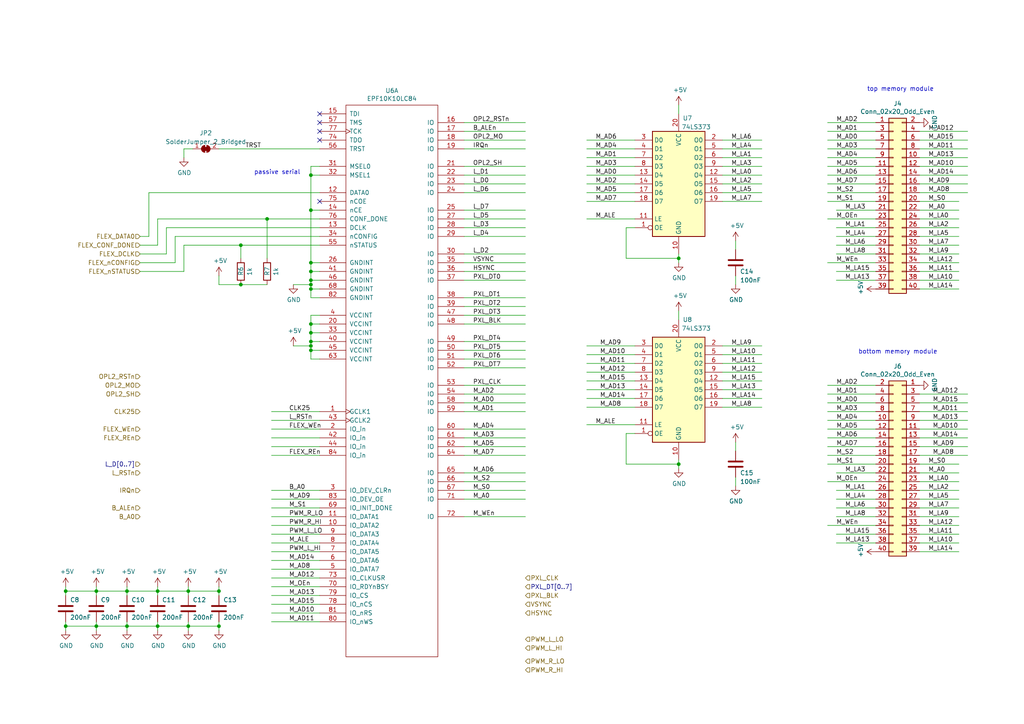
<source format=kicad_sch>
(kicad_sch (version 20211123) (generator eeschema)
  (paper "A4")
  (lib_symbols
    (symbol "74xx:74LS373"
      (property "Reference" "U" (at -7.62 16.51 0))
      (property "Value" "74LS373" (at -7.62 -16.51 0))
      (symbol "74LS373_1_0"
        (pin input inverted (at -12.7 -12.7 0) (length 5.08) (name "OE") (number "1"))
        (pin power_in line (at 0 -20.32 90) (length 5.08) (name "GND") (number "10"))
        (pin input line (at -12.7 -10.16 0) (length 5.08) (name "LE") (number "11"))
        (pin tri_state line (at 12.7 2.54 180) (length 5.08) (name "O4") (number "12"))
        (pin input line (at -12.7 2.54 0) (length 5.08) (name "D4") (number "13"))
        (pin input line (at -12.7 0 0) (length 5.08) (name "D5") (number "14"))
        (pin tri_state line (at 12.7 0 180) (length 5.08) (name "O5") (number "15"))
        (pin tri_state line (at 12.7 -2.54 180) (length 5.08) (name "O6") (number "16"))
        (pin input line (at -12.7 -2.54 0) (length 5.08) (name "D6") (number "17"))
        (pin input line (at -12.7 -5.08 0) (length 5.08) (name "D7") (number "18"))
        (pin tri_state line (at 12.7 -5.08 180) (length 5.08) (name "O7") (number "19"))
        (pin tri_state line (at 12.7 12.7 180) (length 5.08) (name "O0") (number "2"))
        (pin power_in line (at 0 20.32 270) (length 5.08) (name "VCC") (number "20"))
        (pin input line (at -12.7 12.7 0) (length 5.08) (name "D0") (number "3"))
        (pin input line (at -12.7 10.16 0) (length 5.08) (name "D1") (number "4"))
        (pin tri_state line (at 12.7 10.16 180) (length 5.08) (name "O1") (number "5"))
        (pin tri_state line (at 12.7 7.62 180) (length 5.08) (name "O2") (number "6"))
        (pin input line (at -12.7 7.62 0) (length 5.08) (name "D2") (number "7"))
        (pin input line (at -12.7 5.08 0) (length 5.08) (name "D3") (number "8"))
        (pin tri_state line (at 12.7 5.08 180) (length 5.08) (name "O3") (number "9"))
      )
      (symbol "74LS373_1_1"
        (rectangle (start -7.62 15.24) (end 7.62 -15.24) (stroke (width 0.254)) (fill (type background)))
      )
    )
    (symbol "Connector_Generic:Conn_02x20_Odd_Even" (pin_names (offset 1.016) hide)
      (property "Reference" "J" (at 1.27 25.4 0))
      (property "Value" "Conn_02x20_Odd_Even" (at 1.27 -27.94 0))
      (symbol "Conn_02x20_Odd_Even_1_1"
        (rectangle (start -1.27 -25.273) (end 0 -25.527) (stroke (width 0.1524)))
        (rectangle (start -1.27 -22.733) (end 0 -22.987) (stroke (width 0.1524)))
        (rectangle (start -1.27 -20.193) (end 0 -20.447) (stroke (width 0.1524)))
        (rectangle (start -1.27 -17.653) (end 0 -17.907) (stroke (width 0.1524)))
        (rectangle (start -1.27 -15.113) (end 0 -15.367) (stroke (width 0.1524)))
        (rectangle (start -1.27 -12.573) (end 0 -12.827) (stroke (width 0.1524)))
        (rectangle (start -1.27 -10.033) (end 0 -10.287) (stroke (width 0.1524)))
        (rectangle (start -1.27 -7.493) (end 0 -7.747) (stroke (width 0.1524)))
        (rectangle (start -1.27 -4.953) (end 0 -5.207) (stroke (width 0.1524)))
        (rectangle (start -1.27 -2.413) (end 0 -2.667) (stroke (width 0.1524)))
        (rectangle (start -1.27 0.127) (end 0 -0.127) (stroke (width 0.1524)))
        (rectangle (start -1.27 2.667) (end 0 2.413) (stroke (width 0.1524)))
        (rectangle (start -1.27 5.207) (end 0 4.953) (stroke (width 0.1524)))
        (rectangle (start -1.27 7.747) (end 0 7.493) (stroke (width 0.1524)))
        (rectangle (start -1.27 10.287) (end 0 10.033) (stroke (width 0.1524)))
        (rectangle (start -1.27 12.827) (end 0 12.573) (stroke (width 0.1524)))
        (rectangle (start -1.27 15.367) (end 0 15.113) (stroke (width 0.1524)))
        (rectangle (start -1.27 17.907) (end 0 17.653) (stroke (width 0.1524)))
        (rectangle (start -1.27 20.447) (end 0 20.193) (stroke (width 0.1524)))
        (rectangle (start -1.27 22.987) (end 0 22.733) (stroke (width 0.1524)))
        (rectangle (start -1.27 24.13) (end 3.81 -26.67) (stroke (width 0.254)) (fill (type background)))
        (rectangle (start 3.81 -25.273) (end 2.54 -25.527) (stroke (width 0.1524)))
        (rectangle (start 3.81 -22.733) (end 2.54 -22.987) (stroke (width 0.1524)))
        (rectangle (start 3.81 -20.193) (end 2.54 -20.447) (stroke (width 0.1524)))
        (rectangle (start 3.81 -17.653) (end 2.54 -17.907) (stroke (width 0.1524)))
        (rectangle (start 3.81 -15.113) (end 2.54 -15.367) (stroke (width 0.1524)))
        (rectangle (start 3.81 -12.573) (end 2.54 -12.827) (stroke (width 0.1524)))
        (rectangle (start 3.81 -10.033) (end 2.54 -10.287) (stroke (width 0.1524)))
        (rectangle (start 3.81 -7.493) (end 2.54 -7.747) (stroke (width 0.1524)))
        (rectangle (start 3.81 -4.953) (end 2.54 -5.207) (stroke (width 0.1524)))
        (rectangle (start 3.81 -2.413) (end 2.54 -2.667) (stroke (width 0.1524)))
        (rectangle (start 3.81 0.127) (end 2.54 -0.127) (stroke (width 0.1524)))
        (rectangle (start 3.81 2.667) (end 2.54 2.413) (stroke (width 0.1524)))
        (rectangle (start 3.81 5.207) (end 2.54 4.953) (stroke (width 0.1524)))
        (rectangle (start 3.81 7.747) (end 2.54 7.493) (stroke (width 0.1524)))
        (rectangle (start 3.81 10.287) (end 2.54 10.033) (stroke (width 0.1524)))
        (rectangle (start 3.81 12.827) (end 2.54 12.573) (stroke (width 0.1524)))
        (rectangle (start 3.81 15.367) (end 2.54 15.113) (stroke (width 0.1524)))
        (rectangle (start 3.81 17.907) (end 2.54 17.653) (stroke (width 0.1524)))
        (rectangle (start 3.81 20.447) (end 2.54 20.193) (stroke (width 0.1524)))
        (rectangle (start 3.81 22.987) (end 2.54 22.733) (stroke (width 0.1524)))
        (pin passive line (at -5.08 22.86 0) (length 3.81) (name "Pin_1") (number "1"))
        (pin passive line (at 7.62 12.7 180) (length 3.81) (name "Pin_10") (number "10"))
        (pin passive line (at -5.08 10.16 0) (length 3.81) (name "Pin_11") (number "11"))
        (pin passive line (at 7.62 10.16 180) (length 3.81) (name "Pin_12") (number "12"))
        (pin passive line (at -5.08 7.62 0) (length 3.81) (name "Pin_13") (number "13"))
        (pin passive line (at 7.62 7.62 180) (length 3.81) (name "Pin_14") (number "14"))
        (pin passive line (at -5.08 5.08 0) (length 3.81) (name "Pin_15") (number "15"))
        (pin passive line (at 7.62 5.08 180) (length 3.81) (name "Pin_16") (number "16"))
        (pin passive line (at -5.08 2.54 0) (length 3.81) (name "Pin_17") (number "17"))
        (pin passive line (at 7.62 2.54 180) (length 3.81) (name "Pin_18") (number "18"))
        (pin passive line (at -5.08 0 0) (length 3.81) (name "Pin_19") (number "19"))
        (pin passive line (at 7.62 22.86 180) (length 3.81) (name "Pin_2") (number "2"))
        (pin passive line (at 7.62 0 180) (length 3.81) (name "Pin_20") (number "20"))
        (pin passive line (at -5.08 -2.54 0) (length 3.81) (name "Pin_21") (number "21"))
        (pin passive line (at 7.62 -2.54 180) (length 3.81) (name "Pin_22") (number "22"))
        (pin passive line (at -5.08 -5.08 0) (length 3.81) (name "Pin_23") (number "23"))
        (pin passive line (at 7.62 -5.08 180) (length 3.81) (name "Pin_24") (number "24"))
        (pin passive line (at -5.08 -7.62 0) (length 3.81) (name "Pin_25") (number "25"))
        (pin passive line (at 7.62 -7.62 180) (length 3.81) (name "Pin_26") (number "26"))
        (pin passive line (at -5.08 -10.16 0) (length 3.81) (name "Pin_27") (number "27"))
        (pin passive line (at 7.62 -10.16 180) (length 3.81) (name "Pin_28") (number "28"))
        (pin passive line (at -5.08 -12.7 0) (length 3.81) (name "Pin_29") (number "29"))
        (pin passive line (at -5.08 20.32 0) (length 3.81) (name "Pin_3") (number "3"))
        (pin passive line (at 7.62 -12.7 180) (length 3.81) (name "Pin_30") (number "30"))
        (pin passive line (at -5.08 -15.24 0) (length 3.81) (name "Pin_31") (number "31"))
        (pin passive line (at 7.62 -15.24 180) (length 3.81) (name "Pin_32") (number "32"))
        (pin passive line (at -5.08 -17.78 0) (length 3.81) (name "Pin_33") (number "33"))
        (pin passive line (at 7.62 -17.78 180) (length 3.81) (name "Pin_34") (number "34"))
        (pin passive line (at -5.08 -20.32 0) (length 3.81) (name "Pin_35") (number "35"))
        (pin passive line (at 7.62 -20.32 180) (length 3.81) (name "Pin_36") (number "36"))
        (pin passive line (at -5.08 -22.86 0) (length 3.81) (name "Pin_37") (number "37"))
        (pin passive line (at 7.62 -22.86 180) (length 3.81) (name "Pin_38") (number "38"))
        (pin passive line (at -5.08 -25.4 0) (length 3.81) (name "Pin_39") (number "39"))
        (pin passive line (at 7.62 20.32 180) (length 3.81) (name "Pin_4") (number "4"))
        (pin passive line (at 7.62 -25.4 180) (length 3.81) (name "Pin_40") (number "40"))
        (pin passive line (at -5.08 17.78 0) (length 3.81) (name "Pin_5") (number "5"))
        (pin passive line (at 7.62 17.78 180) (length 3.81) (name "Pin_6") (number "6"))
        (pin passive line (at -5.08 15.24 0) (length 3.81) (name "Pin_7") (number "7"))
        (pin passive line (at 7.62 15.24 180) (length 3.81) (name "Pin_8") (number "8"))
        (pin passive line (at -5.08 12.7 0) (length 3.81) (name "Pin_9") (number "9"))
      )
    )
    (symbol "Device:C" (pin_numbers hide) (pin_names (offset 0.254))
      (property "Reference" "C" (at 0.635 2.54 0))
      (property "Value" "C" (at 0.635 -2.54 0))
      (symbol "C_0_1"
        (polyline (pts (xy -2.032 -0.762) (xy 2.032 -0.762)) (stroke (width 0.508)))
        (polyline (pts (xy -2.032 0.762) (xy 2.032 0.762)) (stroke (width 0.508)))
      )
      (symbol "C_1_1"
        (pin passive line (at 0 3.81 270) (length 2.794) (name "~") (number "1"))
        (pin passive line (at 0 -3.81 90) (length 2.794) (name "~") (number "2"))
      )
    )
    (symbol "Device:R" (pin_numbers hide) (pin_names (offset 0))
      (property "Reference" "R" (at 2.032 0 90))
      (property "Value" "R" (at 0 0 90))
      (symbol "R_0_1"
        (rectangle (start -1.016 -2.54) (end 1.016 2.54) (stroke (width 0.254)))
      )
      (symbol "R_1_1"
        (pin passive line (at 0 3.81 270) (length 1.27) (name "~") (number "1"))
        (pin passive line (at 0 -3.81 90) (length 1.27) (name "~") (number "2"))
      )
    )
    (symbol "Jumper:SolderJumper_2_Bridged" (pin_names (offset 0) hide)
      (property "Reference" "JP" (at 0 2.032 0))
      (property "Value" "SolderJumper_2_Bridged" (at 0 -2.54 0))
      (symbol "SolderJumper_2_Bridged_0_1"
        (rectangle (start -0.508 0.508) (end 0.508 -0.508) (fill (type outline)))
        (arc (start -0.254 1.016) (mid -1.27 0) (end -0.254 -1.016))
        (arc (start -0.254 1.016) (mid -1.27 0) (end -0.254 -1.016) (fill (type outline)))
        (polyline (pts (xy -0.254 1.016) (xy -0.254 -1.016)))
        (polyline (pts (xy 0.254 1.016) (xy 0.254 -1.016)))
        (arc (start 0.254 -1.016) (mid 1.27 0) (end 0.254 1.016))
        (arc (start 0.254 -1.016) (mid 1.27 0) (end 0.254 1.016) (fill (type outline)))
      )
      (symbol "SolderJumper_2_Bridged_1_1"
        (pin passive line (at -3.81 0 0) (length 2.54) (name "A") (number "1"))
        (pin passive line (at 3.81 0 180) (length 2.54) (name "B") (number "2"))
      )
    )
    (symbol "av-rescue:EPF10K10LC84-altera_flex" (pin_names (offset 1.016))
      (property "Reference" "U" (at 0 -7.62 0))
      (property "Value" "EPF10K10LC84-altera_flex" (at 0 -5.08 0))
      (symbol "EPF10K10LC84-altera_flex_1_1"
        (rectangle (start -13.97 73.66) (end 12.7 -86.36))
        (pin input clock (at -21.59 -15.24 0) (length 7.62) (name "GCLK1") (number "1"))
        (pin bidirectional line (at -21.59 -48.26 0) (length 7.62) (name "IO_DATA2") (number "10"))
        (pin bidirectional line (at -21.59 -45.72 0) (length 7.62) (name "IO_DATA1") (number "11"))
        (pin input line (at -21.59 48.26 0) (length 7.62) (name "DATA0") (number "12"))
        (pin input line (at -21.59 38.1 0) (length 7.62) (name "DCLK") (number "13"))
        (pin bidirectional line (at -21.59 43.18 0) (length 7.62) (name "nCE") (number "14"))
        (pin input line (at -21.59 71.12 0) (length 7.62) (name "TDI") (number "15"))
        (pin bidirectional line (at 20.32 68.58 180) (length 7.62) (name "IO") (number "16"))
        (pin bidirectional line (at 20.32 66.04 180) (length 7.62) (name "IO") (number "17"))
        (pin bidirectional line (at 20.32 63.5 180) (length 7.62) (name "IO") (number "18"))
        (pin bidirectional line (at 20.32 60.96 180) (length 7.62) (name "IO") (number "19"))
        (pin input line (at -21.59 -20.32 0) (length 7.62) (name "IO_in") (number "2"))
        (pin power_in line (at -21.59 10.16 0) (length 7.62) (name "VCCINT") (number "20"))
        (pin bidirectional line (at 20.32 55.88 180) (length 7.62) (name "IO") (number "21"))
        (pin bidirectional line (at 20.32 53.34 180) (length 7.62) (name "IO") (number "22"))
        (pin bidirectional line (at 20.32 50.8 180) (length 7.62) (name "IO") (number "23"))
        (pin bidirectional line (at 20.32 48.26 180) (length 7.62) (name "IO") (number "24"))
        (pin bidirectional line (at 20.32 43.18 180) (length 7.62) (name "IO") (number "25"))
        (pin power_in line (at -21.59 27.94 0) (length 7.62) (name "GNDINT") (number "26"))
        (pin bidirectional line (at 20.32 40.64 180) (length 7.62) (name "IO") (number "27"))
        (pin bidirectional line (at 20.32 38.1 180) (length 7.62) (name "IO") (number "28"))
        (pin bidirectional line (at 20.32 35.56 180) (length 7.62) (name "IO") (number "29"))
        (pin bidirectional line (at -21.59 -38.1 0) (length 7.62) (name "IO_DEV_CLRn") (number "3"))
        (pin bidirectional line (at 20.32 30.48 180) (length 7.62) (name "IO") (number "30"))
        (pin input line (at -21.59 55.88 0) (length 7.62) (name "MSEL0") (number "31"))
        (pin input line (at -21.59 53.34 0) (length 7.62) (name "MSEL1") (number "32"))
        (pin power_in line (at -21.59 7.62 0) (length 7.62) (name "VCCINT") (number "33"))
        (pin input line (at -21.59 35.56 0) (length 7.62) (name "nCONFIG") (number "34"))
        (pin bidirectional line (at 20.32 27.94 180) (length 7.62) (name "IO") (number "35"))
        (pin bidirectional line (at 20.32 25.4 180) (length 7.62) (name "IO") (number "36"))
        (pin bidirectional line (at 20.32 22.86 180) (length 7.62) (name "IO") (number "37"))
        (pin bidirectional line (at 20.32 17.78 180) (length 7.62) (name "IO") (number "38"))
        (pin bidirectional line (at 20.32 15.24 180) (length 7.62) (name "IO") (number "39"))
        (pin power_in line (at -21.59 12.7 0) (length 7.62) (name "VCCINT") (number "4"))
        (pin power_in line (at -21.59 5.08 0) (length 7.62) (name "VCCINT") (number "40"))
        (pin power_in line (at -21.59 25.4 0) (length 7.62) (name "GNDINT") (number "41"))
        (pin input line (at -21.59 -22.86 0) (length 7.62) (name "IO_in") (number "42"))
        (pin input clock (at -21.59 -17.78 0) (length 7.62) (name "GCLK2") (number "43"))
        (pin input line (at -21.59 -25.4 0) (length 7.62) (name "IO_in") (number "44"))
        (pin power_in line (at -21.59 2.54 0) (length 7.62) (name "VCCINT") (number "45"))
        (pin power_in line (at -21.59 22.86 0) (length 7.62) (name "GNDINT") (number "46"))
        (pin bidirectional line (at 20.32 12.7 180) (length 7.62) (name "IO") (number "47"))
        (pin bidirectional line (at 20.32 10.16 180) (length 7.62) (name "IO") (number "48"))
        (pin bidirectional line (at 20.32 5.08 180) (length 7.62) (name "IO") (number "49"))
        (pin bidirectional line (at -21.59 -60.96 0) (length 7.62) (name "IO_DATA7") (number "5"))
        (pin bidirectional line (at 20.32 2.54 180) (length 7.62) (name "IO") (number "50"))
        (pin bidirectional line (at 20.32 0 180) (length 7.62) (name "IO") (number "51"))
        (pin bidirectional line (at 20.32 -2.54 180) (length 7.62) (name "IO") (number "52"))
        (pin bidirectional line (at 20.32 -7.62 180) (length 7.62) (name "IO") (number "53"))
        (pin bidirectional line (at 20.32 -10.16 180) (length 7.62) (name "IO") (number "54"))
        (pin bidirectional line (at -21.59 33.02 0) (length 7.62) (name "nSTATUS") (number "55"))
        (pin input line (at -21.59 60.96 0) (length 7.62) (name "TRST") (number "56"))
        (pin input line (at -21.59 68.58 0) (length 7.62) (name "TMS") (number "57"))
        (pin bidirectional line (at 20.32 -12.7 180) (length 7.62) (name "IO") (number "58"))
        (pin bidirectional line (at 20.32 -15.24 180) (length 7.62) (name "IO") (number "59"))
        (pin bidirectional line (at -21.59 -58.42 0) (length 7.62) (name "IO_DATA6") (number "6"))
        (pin bidirectional line (at 20.32 -20.32 180) (length 7.62) (name "IO") (number "60"))
        (pin bidirectional line (at 20.32 -22.86 180) (length 7.62) (name "IO") (number "61"))
        (pin bidirectional line (at 20.32 -25.4 180) (length 7.62) (name "IO") (number "62"))
        (pin power_in line (at -21.59 0 0) (length 7.62) (name "VCCINT") (number "63"))
        (pin bidirectional line (at 20.32 -27.94 180) (length 7.62) (name "IO") (number "64"))
        (pin bidirectional line (at 20.32 -33.02 180) (length 7.62) (name "IO") (number "65"))
        (pin bidirectional line (at 20.32 -35.56 180) (length 7.62) (name "IO") (number "66"))
        (pin bidirectional line (at 20.32 -38.1 180) (length 7.62) (name "IO") (number "67"))
        (pin power_in line (at -21.59 20.32 0) (length 7.62) (name "GNDINT") (number "68"))
        (pin bidirectional line (at -21.59 -43.18 0) (length 7.62) (name "IO_INIT_DONE") (number "69"))
        (pin bidirectional line (at -21.59 -55.88 0) (length 7.62) (name "IO_DATA5") (number "7"))
        (pin bidirectional line (at -21.59 -66.04 0) (length 7.62) (name "IO_RDYnBSY") (number "70"))
        (pin bidirectional line (at 20.32 -40.64 180) (length 7.62) (name "IO") (number "71"))
        (pin bidirectional line (at 20.32 -45.72 180) (length 7.62) (name "IO") (number "72"))
        (pin bidirectional line (at -21.59 -63.5 0) (length 7.62) (name "IO_CLKUSR") (number "73"))
        (pin output line (at -21.59 63.5 0) (length 7.62) (name "TDO") (number "74"))
        (pin bidirectional line (at -21.59 45.72 0) (length 7.62) (name "nCOE") (number "75"))
        (pin bidirectional line (at -21.59 40.64 0) (length 7.62) (name "CONF_DONE") (number "76"))
        (pin input clock (at -21.59 66.04 0) (length 7.62) (name "TCK") (number "77"))
        (pin bidirectional line (at -21.59 -71.12 0) (length 7.62) (name "IO_nCS") (number "78"))
        (pin bidirectional line (at -21.59 -68.58 0) (length 7.62) (name "IO_CS") (number "79"))
        (pin bidirectional line (at -21.59 -53.34 0) (length 7.62) (name "IO_DATA4") (number "8"))
        (pin bidirectional line (at -21.59 -76.2 0) (length 7.62) (name "IO_nWS") (number "80"))
        (pin bidirectional line (at -21.59 -73.66 0) (length 7.62) (name "IO_nRS") (number "81"))
        (pin power_in line (at -21.59 17.78 0) (length 7.62) (name "GNDINT") (number "82"))
        (pin bidirectional line (at -21.59 -40.64 0) (length 7.62) (name "IO_DEV_OE") (number "83"))
        (pin input line (at -21.59 -27.94 0) (length 7.62) (name "IO_in") (number "84"))
        (pin bidirectional line (at -21.59 -50.8 0) (length 7.62) (name "IO_DATA3") (number "9"))
      )
      (symbol "EPF10K10LC84-altera_flex_2_1"
        (pin input line (at -21.59 55.88 0) (length 7.62) (name "MSEL0") (number "31-UB"))
        (pin input line (at -21.59 53.34 0) (length 7.62) (name "MSEL1") (number "32-UB"))
        (pin input line (at -21.59 60.96 0) (length 7.62) (name "TRST") (number "56-UB"))
      )
    )
    (symbol "power:+5V" (power) (pin_names (offset 0))
      (property "Value" "+5V" (at 0 3.556 0))
      (symbol "+5V_0_1"
        (polyline (pts (xy -0.762 1.27) (xy 0 2.54)))
        (polyline (pts (xy 0 0) (xy 0 2.54)))
        (polyline (pts (xy 0 2.54) (xy 0.762 1.27)))
      )
      (symbol "+5V_1_1"
        (pin power_in line (at 0 0 90) (length 0) hide (name "+5V") (number "1"))
      )
    )
    (symbol "power:GND" (power) (pin_names (offset 0))
      (property "Value" "GND" (at 0 -3.81 0))
      (symbol "GND_0_1"
        (polyline (pts (xy 0 0) (xy 0 -1.27) (xy 1.27 -1.27) (xy 0 -2.54) (xy -1.27 -1.27) (xy 0 -1.27)))
      )
      (symbol "GND_1_1"
        (pin power_in line (at 0 0 270) (length 0) hide (name "GND") (number "1"))
      )
    )
  )
  (junction (at 90.17 82.55))
  (junction (at 90.17 100.33))
  (junction (at 27.94 171.45))
  (junction (at 63.5 181.61))
  (junction (at 69.85 82.55))
  (junction (at 77.47 63.5))
  (junction (at 69.85 71.12))
  (junction (at 54.61 181.61))
  (junction (at 45.72 171.45))
  (junction (at 19.05 181.61))
  (junction (at 45.72 181.61))
  (junction (at 196.85 74.93))
  (junction (at 54.61 171.45))
  (junction (at 90.17 99.06))
  (junction (at 90.17 60.96))
  (junction (at 90.17 101.6))
  (junction (at 90.17 78.74))
  (junction (at 36.83 171.45))
  (junction (at 63.5 171.45))
  (junction (at 90.17 50.8))
  (junction (at 196.85 134.62))
  (junction (at 90.17 83.82))
  (junction (at 27.94 181.61))
  (junction (at 90.17 76.2))
  (junction (at 90.17 93.98))
  (junction (at 90.17 81.28))
  (junction (at 90.17 96.52))
  (junction (at 19.05 171.45))
  (junction (at 36.83 181.61))
  (no_connect (at 92.71 40.64))
  (no_connect (at 92.71 38.1))
  (no_connect (at 92.71 35.56))
  (no_connect (at 92.71 58.42))
  (no_connect (at 92.71 33.02))
  (wire (pts (xy 90.17 101.6) (xy 92.71 101.6)))
  (wire (pts (xy 63.5 170.18) (xy 63.5 171.45)))
  (wire (pts (xy 27.94 182.88) (xy 27.94 181.61)))
  (wire (pts (xy 184.15 40.64) (xy 170.18 40.64)))
  (wire (pts (xy 278.13 157.48) (xy 266.7 157.48)))
  (wire (pts (xy 78.74 119.38) (xy 92.71 119.38)))
  (wire (pts (xy 254 127) (xy 240.03 127)))
  (wire (pts (xy 90.17 101.6) (xy 90.17 100.33)))
  (wire (pts (xy 266.7 60.96) (xy 278.13 60.96)))
  (wire (pts (xy 90.17 76.2) (xy 92.71 76.2)))
  (wire (pts (xy 220.98 105.41) (xy 209.55 105.41)))
  (wire (pts (xy 278.13 142.24) (xy 266.7 142.24)))
  (wire (pts (xy 54.61 181.61) (xy 63.5 181.61)))
  (wire (pts (xy 54.61 170.18) (xy 54.61 171.45)))
  (wire (pts (xy 196.85 76.2) (xy 196.85 74.93)))
  (wire (pts (xy 78.74 144.78) (xy 92.71 144.78)))
  (wire (pts (xy 220.98 118.11) (xy 209.55 118.11)))
  (wire (pts (xy 19.05 181.61) (xy 19.05 180.34)))
  (wire (pts (xy 278.13 66.04) (xy 266.7 66.04)))
  (wire (pts (xy 278.13 73.66) (xy 266.7 73.66)))
  (wire (pts (xy 19.05 181.61) (xy 27.94 181.61)))
  (wire (pts (xy 278.13 83.82) (xy 266.7 83.82)))
  (wire (pts (xy 213.36 140.97) (xy 213.36 138.43)))
  (wire (pts (xy 63.5 182.88) (xy 63.5 181.61)))
  (wire (pts (xy 19.05 182.88) (xy 19.05 181.61)))
  (wire (pts (xy 254 124.46) (xy 240.03 124.46)))
  (wire (pts (xy 90.17 83.82) (xy 90.17 82.55)))
  (wire (pts (xy 78.74 154.94) (xy 92.71 154.94)))
  (wire (pts (xy 19.05 171.45) (xy 19.05 172.72)))
  (wire (pts (xy 90.17 76.2) (xy 90.17 60.96)))
  (wire (pts (xy 254 63.5) (xy 240.03 63.5)))
  (wire (pts (xy 280.67 53.34) (xy 266.7 53.34)))
  (wire (pts (xy 78.74 121.92) (xy 92.71 121.92)))
  (wire (pts (xy 78.74 160.02) (xy 92.71 160.02)))
  (wire (pts (xy 78.74 129.54) (xy 92.71 129.54)))
  (wire (pts (xy 152.4 129.54) (xy 134.62 129.54)))
  (wire (pts (xy 53.34 71.12) (xy 53.34 78.74)))
  (wire (pts (xy 278.13 139.7) (xy 266.7 139.7)))
  (wire (pts (xy 48.26 66.04) (xy 92.71 66.04)))
  (wire (pts (xy 170.18 123.19) (xy 184.15 123.19)))
  (wire (pts (xy 278.13 63.5) (xy 266.7 63.5)))
  (wire (pts (xy 220.98 45.72) (xy 209.55 45.72)))
  (wire (pts (xy 63.5 181.61) (xy 63.5 180.34)))
  (wire (pts (xy 254 76.2) (xy 240.03 76.2)))
  (wire (pts (xy 78.74 172.72) (xy 92.71 172.72)))
  (wire (pts (xy 181.61 74.93) (xy 196.85 74.93)))
  (wire (pts (xy 220.98 100.33) (xy 209.55 100.33)))
  (wire (pts (xy 36.83 171.45) (xy 36.83 172.72)))
  (wire (pts (xy 220.98 40.64) (xy 209.55 40.64)))
  (wire (pts (xy 152.4 93.98) (xy 134.62 93.98)))
  (wire (pts (xy 280.67 129.54) (xy 266.7 129.54)))
  (wire (pts (xy 278.13 147.32) (xy 266.7 147.32)))
  (wire (pts (xy 278.13 81.28) (xy 266.7 81.28)))
  (wire (pts (xy 78.74 165.1) (xy 92.71 165.1)))
  (wire (pts (xy 152.4 104.14) (xy 134.62 104.14)))
  (wire (pts (xy 280.67 124.46) (xy 266.7 124.46)))
  (wire (pts (xy 36.83 181.61) (xy 36.83 180.34)))
  (wire (pts (xy 69.85 74.93) (xy 69.85 71.12)))
  (wire (pts (xy 152.4 139.7) (xy 134.62 139.7)))
  (wire (pts (xy 69.85 82.55) (xy 77.47 82.55)))
  (wire (pts (xy 278.13 152.4) (xy 266.7 152.4)))
  (wire (pts (xy 254 73.66) (xy 242.57 73.66)))
  (wire (pts (xy 90.17 50.8) (xy 90.17 48.26)))
  (wire (pts (xy 152.4 40.64) (xy 134.62 40.64)))
  (wire (pts (xy 184.15 125.73) (xy 181.61 125.73)))
  (wire (pts (xy 170.18 63.5) (xy 184.15 63.5)))
  (wire (pts (xy 78.74 167.64) (xy 92.71 167.64)))
  (wire (pts (xy 184.15 118.11) (xy 170.18 118.11)))
  (wire (pts (xy 254 157.48) (xy 242.57 157.48)))
  (wire (pts (xy 152.4 68.58) (xy 134.62 68.58)))
  (wire (pts (xy 181.61 66.04) (xy 181.61 74.93)))
  (wire (pts (xy 78.74 157.48) (xy 92.71 157.48)))
  (wire (pts (xy 184.15 48.26) (xy 170.18 48.26)))
  (wire (pts (xy 78.74 152.4) (xy 92.71 152.4)))
  (wire (pts (xy 254 154.94) (xy 242.57 154.94)))
  (wire (pts (xy 134.62 43.18) (xy 152.4 43.18)))
  (wire (pts (xy 90.17 83.82) (xy 92.71 83.82)))
  (wire (pts (xy 43.18 55.88) (xy 92.71 55.88)))
  (wire (pts (xy 254 121.92) (xy 240.03 121.92)))
  (wire (pts (xy 45.72 71.12) (xy 40.64 71.12)))
  (wire (pts (xy 90.17 96.52) (xy 92.71 96.52)))
  (wire (pts (xy 254 45.72) (xy 240.03 45.72)))
  (wire (pts (xy 254 129.54) (xy 240.03 129.54)))
  (wire (pts (xy 280.67 116.84) (xy 266.7 116.84)))
  (wire (pts (xy 280.67 119.38) (xy 266.7 119.38)))
  (wire (pts (xy 90.17 81.28) (xy 92.71 81.28)))
  (wire (pts (xy 152.4 50.8) (xy 134.62 50.8)))
  (wire (pts (xy 27.94 170.18) (xy 27.94 171.45)))
  (wire (pts (xy 90.17 78.74) (xy 90.17 76.2)))
  (wire (pts (xy 152.4 76.2) (xy 134.62 76.2)))
  (wire (pts (xy 184.15 100.33) (xy 170.18 100.33)))
  (wire (pts (xy 45.72 171.45) (xy 45.72 172.72)))
  (wire (pts (xy 184.15 45.72) (xy 170.18 45.72)))
  (wire (pts (xy 77.47 74.93) (xy 77.47 63.5)))
  (wire (pts (xy 254 43.18) (xy 240.03 43.18)))
  (wire (pts (xy 90.17 78.74) (xy 92.71 78.74)))
  (wire (pts (xy 45.72 171.45) (xy 54.61 171.45)))
  (wire (pts (xy 36.83 170.18) (xy 36.83 171.45)))
  (wire (pts (xy 90.17 50.8) (xy 92.71 50.8)))
  (wire (pts (xy 78.74 170.18) (xy 92.71 170.18)))
  (wire (pts (xy 254 68.58) (xy 242.57 68.58)))
  (wire (pts (xy 152.4 88.9) (xy 134.62 88.9)))
  (wire (pts (xy 90.17 91.44) (xy 92.71 91.44)))
  (wire (pts (xy 152.4 81.28) (xy 134.62 81.28)))
  (wire (pts (xy 77.47 63.5) (xy 92.71 63.5)))
  (wire (pts (xy 50.8 76.2) (xy 40.64 76.2)))
  (wire (pts (xy 45.72 182.88) (xy 45.72 181.61)))
  (wire (pts (xy 184.15 113.03) (xy 170.18 113.03)))
  (wire (pts (xy 69.85 71.12) (xy 92.71 71.12)))
  (wire (pts (xy 36.83 181.61) (xy 45.72 181.61)))
  (wire (pts (xy 254 111.76) (xy 240.03 111.76)))
  (wire (pts (xy 254 152.4) (xy 240.03 152.4)))
  (wire (pts (xy 220.98 48.26) (xy 209.55 48.26)))
  (wire (pts (xy 152.4 53.34) (xy 134.62 53.34)))
  (wire (pts (xy 152.4 119.38) (xy 134.62 119.38)))
  (wire (pts (xy 85.09 82.55) (xy 90.17 82.55)))
  (wire (pts (xy 152.4 137.16) (xy 134.62 137.16)))
  (wire (pts (xy 278.13 160.02) (xy 266.7 160.02)))
  (wire (pts (xy 90.17 60.96) (xy 90.17 50.8)))
  (wire (pts (xy 50.8 68.58) (xy 92.71 68.58)))
  (wire (pts (xy 254 66.04) (xy 242.57 66.04)))
  (wire (pts (xy 254 53.34) (xy 240.03 53.34)))
  (wire (pts (xy 184.15 58.42) (xy 170.18 58.42)))
  (wire (pts (xy 152.4 127) (xy 134.62 127)))
  (wire (pts (xy 45.72 170.18) (xy 45.72 171.45)))
  (wire (pts (xy 53.34 43.18) (xy 55.88 43.18)))
  (wire (pts (xy 152.4 149.86) (xy 134.62 149.86)))
  (wire (pts (xy 266.7 134.62) (xy 278.13 134.62)))
  (wire (pts (xy 184.15 110.49) (xy 170.18 110.49)))
  (wire (pts (xy 90.17 93.98) (xy 90.17 91.44)))
  (wire (pts (xy 280.67 50.8) (xy 266.7 50.8)))
  (wire (pts (xy 152.4 66.04) (xy 134.62 66.04)))
  (wire (pts (xy 152.4 38.1) (xy 134.62 38.1)))
  (wire (pts (xy 184.15 107.95) (xy 170.18 107.95)))
  (wire (pts (xy 254 78.74) (xy 242.57 78.74)))
  (wire (pts (xy 45.72 181.61) (xy 54.61 181.61)))
  (wire (pts (xy 196.85 135.89) (xy 196.85 134.62)))
  (wire (pts (xy 220.98 43.18) (xy 209.55 43.18)))
  (wire (pts (xy 184.15 66.04) (xy 181.61 66.04)))
  (wire (pts (xy 278.13 154.94) (xy 266.7 154.94)))
  (wire (pts (xy 134.62 144.78) (xy 152.4 144.78)))
  (wire (pts (xy 280.67 43.18) (xy 266.7 43.18)))
  (wire (pts (xy 78.74 180.34) (xy 92.71 180.34)))
  (wire (pts (xy 254 58.42) (xy 240.03 58.42)))
  (wire (pts (xy 220.98 55.88) (xy 209.55 55.88)))
  (wire (pts (xy 78.74 177.8) (xy 92.71 177.8)))
  (wire (pts (xy 19.05 170.18) (xy 19.05 171.45)))
  (wire (pts (xy 152.4 116.84) (xy 134.62 116.84)))
  (wire (pts (xy 78.74 162.56) (xy 92.71 162.56)))
  (wire (pts (xy 90.17 93.98) (xy 92.71 93.98)))
  (wire (pts (xy 45.72 181.61) (xy 45.72 180.34)))
  (wire (pts (xy 254 147.32) (xy 242.57 147.32)))
  (wire (pts (xy 280.67 45.72) (xy 266.7 45.72)))
  (wire (pts (xy 184.15 43.18) (xy 170.18 43.18)))
  (wire (pts (xy 254 114.3) (xy 240.03 114.3)))
  (wire (pts (xy 90.17 99.06) (xy 92.71 99.06)))
  (wire (pts (xy 184.15 102.87) (xy 170.18 102.87)))
  (wire (pts (xy 40.64 68.58) (xy 43.18 68.58)))
  (wire (pts (xy 152.4 106.68) (xy 134.62 106.68)))
  (wire (pts (xy 152.4 35.56) (xy 134.62 35.56)))
  (wire (pts (xy 90.17 99.06) (xy 90.17 96.52)))
  (wire (pts (xy 278.13 71.12) (xy 266.7 71.12)))
  (wire (pts (xy 45.72 63.5) (xy 77.47 63.5)))
  (wire (pts (xy 254 81.28) (xy 242.57 81.28)))
  (wire (pts (xy 78.74 142.24) (xy 92.71 142.24)))
  (wire (pts (xy 254 35.56) (xy 240.03 35.56)))
  (wire (pts (xy 278.13 76.2) (xy 266.7 76.2)))
  (wire (pts (xy 152.4 48.26) (xy 134.62 48.26)))
  (wire (pts (xy 181.61 134.62) (xy 196.85 134.62)))
  (wire (pts (xy 48.26 73.66) (xy 40.64 73.66)))
  (wire (pts (xy 278.13 78.74) (xy 266.7 78.74)))
  (wire (pts (xy 90.17 96.52) (xy 90.17 93.98)))
  (wire (pts (xy 90.17 48.26) (xy 92.71 48.26)))
  (wire (pts (xy 78.74 124.46) (xy 92.71 124.46)))
  (wire (pts (xy 254 119.38) (xy 240.03 119.38)))
  (wire (pts (xy 54.61 171.45) (xy 54.61 172.72)))
  (wire (pts (xy 280.67 114.3) (xy 266.7 114.3)))
  (wire (pts (xy 280.67 127) (xy 266.7 127)))
  (wire (pts (xy 220.98 110.49) (xy 209.55 110.49)))
  (wire (pts (xy 45.72 63.5) (xy 45.72 71.12)))
  (wire (pts (xy 254 139.7) (xy 240.03 139.7)))
  (wire (pts (xy 152.4 142.24) (xy 134.62 142.24)))
  (wire (pts (xy 254 134.62) (xy 240.03 134.62)))
  (wire (pts (xy 220.98 102.87) (xy 209.55 102.87)))
  (wire (pts (xy 53.34 45.72) (xy 53.34 43.18)))
  (wire (pts (xy 254 137.16) (xy 242.57 137.16)))
  (wire (pts (xy 266.7 58.42) (xy 278.13 58.42)))
  (wire (pts (xy 254 55.88) (xy 240.03 55.88)))
  (wire (pts (xy 92.71 104.14) (xy 90.17 104.14)))
  (wire (pts (xy 63.5 43.18) (xy 92.71 43.18)))
  (wire (pts (xy 152.4 114.3) (xy 134.62 114.3)))
  (wire (pts (xy 220.98 50.8) (xy 209.55 50.8)))
  (wire (pts (xy 213.36 128.27) (xy 213.36 130.81)))
  (wire (pts (xy 266.7 137.16) (xy 278.13 137.16)))
  (wire (pts (xy 220.98 53.34) (xy 209.55 53.34)))
  (wire (pts (xy 280.67 48.26) (xy 266.7 48.26)))
  (wire (pts (xy 196.85 134.62) (xy 196.85 133.35)))
  (wire (pts (xy 54.61 181.61) (xy 54.61 180.34)))
  (wire (pts (xy 54.61 171.45) (xy 63.5 171.45)))
  (wire (pts (xy 36.83 182.88) (xy 36.83 181.61)))
  (wire (pts (xy 152.4 132.08) (xy 134.62 132.08)))
  (wire (pts (xy 63.5 80.01) (xy 63.5 82.55)))
  (wire (pts (xy 90.17 100.33) (xy 85.09 100.33)))
  (wire (pts (xy 196.85 33.02) (xy 196.85 30.48)))
  (wire (pts (xy 48.26 66.04) (xy 48.26 73.66)))
  (wire (pts (xy 213.36 69.85) (xy 213.36 72.39)))
  (wire (pts (xy 50.8 68.58) (xy 50.8 76.2)))
  (wire (pts (xy 254 132.08) (xy 240.03 132.08)))
  (wire (pts (xy 92.71 86.36) (xy 90.17 86.36)))
  (wire (pts (xy 184.15 53.34) (xy 170.18 53.34)))
  (wire (pts (xy 53.34 78.74) (xy 40.64 78.74)))
  (wire (pts (xy 53.34 71.12) (xy 69.85 71.12)))
  (wire (pts (xy 254 142.24) (xy 242.57 142.24)))
  (wire (pts (xy 196.85 92.71) (xy 196.85 90.17)))
  (wire (pts (xy 43.18 68.58) (xy 43.18 55.88)))
  (wire (pts (xy 78.74 149.86) (xy 92.71 149.86)))
  (wire (pts (xy 196.85 74.93) (xy 196.85 73.66)))
  (wire (pts (xy 278.13 149.86) (xy 266.7 149.86)))
  (wire (pts (xy 63.5 82.55) (xy 69.85 82.55)))
  (wire (pts (xy 152.4 99.06) (xy 134.62 99.06)))
  (wire (pts (xy 152.4 91.44) (xy 134.62 91.44)))
  (wire (pts (xy 254 60.96) (xy 242.57 60.96)))
  (wire (pts (xy 90.17 81.28) (xy 90.17 78.74)))
  (wire (pts (xy 152.4 111.76) (xy 134.62 111.76)))
  (wire (pts (xy 220.98 113.03) (xy 209.55 113.03)))
  (wire (pts (xy 254 50.8) (xy 240.03 50.8)))
  (wire (pts (xy 254 40.64) (xy 240.03 40.64)))
  (wire (pts (xy 90.17 86.36) (xy 90.17 83.82)))
  (wire (pts (xy 27.94 171.45) (xy 36.83 171.45)))
  (wire (pts (xy 184.15 115.57) (xy 170.18 115.57)))
  (wire (pts (xy 280.67 132.08) (xy 266.7 132.08)))
  (wire (pts (xy 152.4 55.88) (xy 134.62 55.88)))
  (wire (pts (xy 152.4 60.96) (xy 134.62 60.96)))
  (wire (pts (xy 78.74 147.32) (xy 92.71 147.32)))
  (wire (pts (xy 152.4 124.46) (xy 134.62 124.46)))
  (wire (pts (xy 220.98 58.42) (xy 209.55 58.42)))
  (wire (pts (xy 54.61 182.88) (xy 54.61 181.61)))
  (wire (pts (xy 152.4 63.5) (xy 134.62 63.5)))
  (wire (pts (xy 78.74 127) (xy 92.71 127)))
  (wire (pts (xy 78.74 175.26) (xy 92.71 175.26)))
  (wire (pts (xy 254 149.86) (xy 242.57 149.86)))
  (wire (pts (xy 78.74 132.08) (xy 92.71 132.08)))
  (wire (pts (xy 254 48.26) (xy 240.03 48.26)))
  (wire (pts (xy 254 71.12) (xy 242.57 71.12)))
  (wire (pts (xy 152.4 78.74) (xy 134.62 78.74)))
  (wire (pts (xy 278.13 68.58) (xy 266.7 68.58)))
  (wire (pts (xy 254 38.1) (xy 240.03 38.1)))
  (wire (pts (xy 254 116.84) (xy 240.03 116.84)))
  (wire (pts (xy 27.94 181.61) (xy 27.94 180.34)))
  (wire (pts (xy 152.4 73.66) (xy 134.62 73.66)))
  (wire (pts (xy 280.67 121.92) (xy 266.7 121.92)))
  (wire (pts (xy 36.83 171.45) (xy 45.72 171.45)))
  (wire (pts (xy 90.17 82.55) (xy 90.17 81.28)))
  (wire (pts (xy 90.17 60.96) (xy 92.71 60.96)))
  (wire (pts (xy 213.36 82.55) (xy 213.36 80.01)))
  (wire (pts (xy 184.15 55.88) (xy 170.18 55.88)))
  (wire (pts (xy 90.17 100.33) (xy 90.17 99.06)))
  (wire (pts (xy 184.15 105.41) (xy 170.18 105.41)))
  (wire (pts (xy 19.05 171.45) (xy 27.94 171.45)))
  (wire (pts (xy 90.17 104.14) (xy 90.17 101.6)))
  (wire (pts (xy 278.13 144.78) (xy 266.7 144.78)))
  (wire (pts (xy 280.67 38.1) (xy 266.7 38.1)))
  (wire (pts (xy 280.67 55.88) (xy 266.7 55.88)))
  (wire (pts (xy 63.5 171.45) (xy 63.5 172.72)))
  (wire (pts (xy 152.4 86.36) (xy 134.62 86.36)))
  (wire (pts (xy 27.94 181.61) (xy 36.83 181.61)))
  (wire (pts (xy 184.15 50.8) (xy 170.18 50.8)))
  (wire (pts (xy 220.98 115.57) (xy 209.55 115.57)))
  (wire (pts (xy 152.4 101.6) (xy 134.62 101.6)))
  (wire (pts (xy 254 144.78) (xy 242.57 144.78)))
  (wire (pts (xy 280.67 40.64) (xy 266.7 40.64)))
  (wire (pts (xy 27.94 171.45) (xy 27.94 172.72)))
  (wire (pts (xy 181.61 125.73) (xy 181.61 134.62)))
  (wire (pts (xy 220.98 107.95) (xy 209.55 107.95)))
  (text "bottom memory module" (at 248.92 102.87 0) (effects (font (size 1.27 1.27)) (justify left bottom)))
  (text "passive serial" (at 73.66 50.8 0) (effects (font (size 1.27 1.27)) (justify left bottom)))
  (text "top memory module" (at 251.46 26.67 0) (effects (font (size 1.27 1.27)) (justify left bottom)))
  (label "M_S2" (at 242.57 132.08 0))
  (label "L_D6" (at 137.16 55.88 0))
  (label "M_AD6" (at 242.57 50.8 0))
  (label "M_AD0" (at 242.57 40.64 0))
  (label "M_LA8" (at 245.11 149.86 0))
  (label "M_AD6" (at 137.16 137.16 0))
  (label "M_S0" (at 269.24 134.62 0))
  (label "M_OEn" (at 83.82 170.18 0))
  (label "M_LA4" (at 245.11 144.78 0))
  (label "M_AD14" (at 269.24 50.8 0))
  (label "TRST" (at 71.12 43.18 0))
  (label "M_LA13" (at 212.09 113.03 0))
  (label "M_A0" (at 137.16 144.78 0))
  (label "M_LA9" (at 212.09 100.33 0))
  (label "M_AD2" (at 172.72 53.34 0))
  (label "M_AD6" (at 242.57 127 0))
  (label "M_ALE" (at 172.72 123.19 0))
  (label "M_S2" (at 242.57 55.88 0))
  (label "M_AD14" (at 173.99 115.57 0))
  (label "M_AD8" (at 269.24 55.88 0))
  (label "PXL_DT5" (at 137.16 101.6 0))
  (label "M_AD0" (at 137.16 116.84 0))
  (label "B_ALEn" (at 137.16 38.1 0))
  (label "M_AD3" (at 242.57 43.18 0))
  (label "M_AD10" (at 173.99 102.87 0))
  (label "M_AD7" (at 137.16 132.08 0))
  (label "VSYNC" (at 137.16 76.2 0))
  (label "M_AD15" (at 269.24 40.64 0))
  (label "M_ALE" (at 83.82 157.48 0))
  (label "M_AD4" (at 242.57 121.92 0))
  (label "M_AD5" (at 137.16 129.54 0))
  (label "M_LA14" (at 269.24 83.82 0))
  (label "B_A0" (at 83.82 142.24 0))
  (label "M_LA9" (at 269.24 149.86 0))
  (label "M_AD5" (at 172.72 55.88 0))
  (label "M_AD2" (at 242.57 111.76 0))
  (label "M_LA3" (at 245.11 60.96 0))
  (label "L_D1" (at 137.16 50.8 0))
  (label "M_AD1" (at 242.57 114.3 0))
  (label "M_AD10" (at 83.82 177.8 0))
  (label "L_D2" (at 137.16 73.66 0))
  (label "M_AD9" (at 270.51 129.54 0))
  (label "M_AD4" (at 137.16 124.46 0))
  (label "OPL2_MO" (at 137.16 40.64 0))
  (label "M_LA9" (at 269.24 73.66 0))
  (label "M_AD8" (at 173.99 118.11 0))
  (label "M_AD0" (at 172.72 50.8 0))
  (label "L_D0" (at 137.16 53.34 0))
  (label "M_AD12" (at 270.51 114.3 0))
  (label "M_AD15" (at 270.51 116.84 0))
  (label "M_AD13" (at 173.99 113.03 0))
  (label "M_LA5" (at 212.09 55.88 0))
  (label "L_RSTn" (at 83.82 121.92 0))
  (label "M_S1" (at 242.57 58.42 0))
  (label "PXL_DT0" (at 137.16 81.28 0))
  (label "M_AD2" (at 242.57 35.56 0))
  (label "M_AD12" (at 173.99 107.95 0))
  (label "PXL_DT1" (at 137.16 86.36 0))
  (label "M_LA0" (at 269.24 139.7 0))
  (label "M_LA15" (at 245.11 78.74 0))
  (label "M_LA1" (at 212.09 45.72 0))
  (label "M_S0" (at 269.24 58.42 0))
  (label "M_ALE" (at 172.72 63.5 0))
  (label "M_AD1" (at 172.72 45.72 0))
  (label "M_AD11" (at 83.82 180.34 0))
  (label "PWM_R_LO" (at 83.82 149.86 0))
  (label "M_LA3" (at 245.11 137.16 0))
  (label "M_LA1" (at 245.11 66.04 0))
  (label "M_AD11" (at 270.51 119.38 0))
  (label "M_LA2" (at 269.24 66.04 0))
  (label "M_LA12" (at 212.09 107.95 0))
  (label "OPL2_SH" (at 137.16 48.26 0))
  (label "M_AD10" (at 269.24 48.26 0))
  (label "IRQn" (at 137.16 43.18 0))
  (label "M_OEn" (at 242.57 139.7 0))
  (label "M_AD11" (at 173.99 105.41 0))
  (label "M_LA6" (at 212.09 40.64 0))
  (label "M_AD3" (at 172.72 48.26 0))
  (label "M_AD4" (at 242.57 45.72 0))
  (label "L_D4" (at 137.16 68.58 0))
  (label "M_LA4" (at 245.11 68.58 0))
  (label "M_AD11" (at 269.24 43.18 0))
  (label "M_OEn" (at 242.57 63.5 0))
  (label "M_AD3" (at 137.16 127 0))
  (label "OPL2_RSTn" (at 137.16 35.56 0))
  (label "M_LA15" (at 245.11 154.94 0))
  (label "M_LA13" (at 245.11 81.28 0))
  (label "M_LA1" (at 245.11 142.24 0))
  (label "M_AD5" (at 242.57 124.46 0))
  (label "M_LA5" (at 269.24 68.58 0))
  (label "M_LA8" (at 245.11 73.66 0))
  (label "M_LA2" (at 269.24 142.24 0))
  (label "M_LA10" (at 269.24 157.48 0))
  (label "M_AD13" (at 269.24 45.72 0))
  (label "M_AD12" (at 269.24 38.1 0))
  (label "M_LA7" (at 212.09 58.42 0))
  (label "M_A0" (at 269.24 137.16 0))
  (label "L_D5" (at 137.16 63.5 0))
  (label "M_LA4" (at 212.09 43.18 0))
  (label "M_S1" (at 242.57 134.62 0))
  (label "M_AD14" (at 83.82 162.56 0))
  (label "M_LA14" (at 269.24 160.02 0))
  (label "M_AD0" (at 242.57 116.84 0))
  (label "PXL_CLK" (at 137.16 111.76 0))
  (label "PXL_DT4" (at 137.16 99.06 0))
  (label "M_S1" (at 83.82 147.32 0))
  (label "M_AD14" (at 270.51 127 0))
  (label "M_LA12" (at 269.24 152.4 0))
  (label "M_AD3" (at 242.57 119.38 0))
  (label "M_LA13" (at 245.11 157.48 0))
  (label "M_LA7" (at 269.24 71.12 0))
  (label "M_AD4" (at 172.72 43.18 0))
  (label "M_LA11" (at 269.24 78.74 0))
  (label "M_AD9" (at 173.99 100.33 0))
  (label "M_WEn" (at 242.57 152.4 0))
  (label "M_LA10" (at 269.24 81.28 0))
  (label "M_AD7" (at 172.72 58.42 0))
  (label "M_AD7" (at 242.57 53.34 0))
  (label "L_D3" (at 137.16 66.04 0))
  (label "M_LA5" (at 269.24 144.78 0))
  (label "M_LA11" (at 269.24 154.94 0))
  (label "M_AD15" (at 83.82 175.26 0))
  (label "M_LA14" (at 212.09 115.57 0))
  (label "M_AD13" (at 270.51 121.92 0))
  (label "CLK25" (at 83.82 119.38 0))
  (label "M_LA15" (at 212.09 110.49 0))
  (label "M_AD10" (at 270.51 124.46 0))
  (label "M_WEn" (at 242.57 76.2 0))
  (label "M_AD6" (at 172.72 40.64 0))
  (label "M_AD15" (at 173.99 110.49 0))
  (label "PXL_DT2" (at 137.16 88.9 0))
  (label "M_AD2" (at 137.16 114.3 0))
  (label "PXL_BLK" (at 137.16 93.98 0))
  (label "M_LA2" (at 212.09 53.34 0))
  (label "PWM_L_LO" (at 83.82 154.94 0))
  (label "M_AD8" (at 270.51 132.08 0))
  (label "M_S2" (at 137.16 139.7 0))
  (label "PXL_DT7" (at 137.16 106.68 0))
  (label "M_AD8" (at 83.82 165.1 0))
  (label "PWM_L_HI" (at 83.82 160.02 0))
  (label "M_LA8" (at 212.09 118.11 0))
  (label "M_AD1" (at 242.57 38.1 0))
  (label "M_LA0" (at 269.24 63.5 0))
  (label "M_AD12" (at 83.82 167.64 0))
  (label "M_AD13" (at 83.82 172.72 0))
  (label "PWM_R_HI" (at 83.82 152.4 0))
  (label "M_A0" (at 269.24 60.96 0))
  (label "M_LA3" (at 212.09 48.26 0))
  (label "M_S0" (at 137.16 142.24 0))
  (label "M_LA0" (at 212.09 50.8 0))
  (label "M_AD9" (at 83.82 144.78 0))
  (label "M_LA11" (at 212.09 105.41 0))
  (label "M_LA6" (at 245.11 147.32 0))
  (label "FLEX_WEn" (at 83.82 124.46 0))
  (label "M_LA10" (at 212.09 102.87 0))
  (label "PXL_DT6" (at 137.16 104.14 0))
  (label "M_WEn" (at 137.16 149.86 0))
  (label "M_AD1" (at 137.16 119.38 0))
  (label "FLEX_REn" (at 83.82 132.08 0))
  (label "M_AD5" (at 242.57 48.26 0))
  (label "M_AD7" (at 242.57 129.54 0))
  (label "PXL_DT3" (at 137.16 91.44 0))
  (label "M_AD9" (at 269.24 53.34 0))
  (label "L_D7" (at 137.16 60.96 0))
  (label "M_LA6" (at 245.11 71.12 0))
  (label "HSYNC" (at 137.16 78.74 0))
  (label "M_LA7" (at 269.24 147.32 0))
  (label "M_LA12" (at 269.24 76.2 0))
  (hierarchical_label "FLEX_REn" (shape input) (at 40.64 127 180))
  (hierarchical_label "B_ALEn" (shape input) (at 40.64 147.32 180))
  (hierarchical_label "PWM_L_LO" (shape input) (at 152.4 185.42 0))
  (hierarchical_label "PWM_R_HI" (shape input) (at 152.4 194.31 0))
  (hierarchical_label "IRQn" (shape input) (at 40.64 142.24 180))
  (hierarchical_label "FLEX_WEn" (shape input) (at 40.64 124.46 180))
  (hierarchical_label "L_D[0..7]" (shape input) (at 40.64 134.62 180))
  (hierarchical_label "PWM_L_HI" (shape input) (at 152.4 187.96 0))
  (hierarchical_label "FLEX_nSTATUS" (shape input) (at 40.64 78.74 180))
  (hierarchical_label "OPL2_SH" (shape input) (at 40.64 114.3 180))
  (hierarchical_label "FLEX_nCONFIG" (shape input) (at 40.64 76.2 180))
  (hierarchical_label "PXL_BLK" (shape input) (at 152.4 172.72 0))
  (hierarchical_label "B_A0" (shape input) (at 40.64 149.86 180))
  (hierarchical_label "PXL_CLK" (shape input) (at 152.4 167.64 0))
  (hierarchical_label "OPL2_RSTn" (shape input) (at 40.64 109.22 180))
  (hierarchical_label "FLEX_CONF_DONE" (shape input) (at 40.64 71.12 180))
  (hierarchical_label "FLEX_DCLK" (shape input) (at 40.64 73.66 180))
  (hierarchical_label "VSYNC" (shape input) (at 152.4 175.26 0))
  (hierarchical_label "PXL_DT[0..7]" (shape input) (at 152.4 170.18 0))
  (hierarchical_label "PWM_R_LO" (shape input) (at 152.4 191.77 0))
  (hierarchical_label "OPL2_MO" (shape input) (at 40.64 111.76 180))
  (hierarchical_label "L_RSTn" (shape input) (at 40.64 137.16 180))
  (hierarchical_label "HSYNC" (shape input) (at 152.4 177.8 0))
  (hierarchical_label "CLK25" (shape input) (at 40.64 119.38 180))
  (hierarchical_label "FLEX_DATA0" (shape input) (at 40.64 68.58 180))
  (symbol (lib_id "av-rescue:EPF10K10LC84-altera_flex") (at 114.3 104.14 0) (unit 1)
    (property "Reference" "U6" (at 113.665 26.289 0))
    (property "Value" "EPF10K10LC84" (at 113.665 28.6004 0))
    (property "Footprint" "Package_LCC:PLCC-84_THT-Socket" (effects hide))
  )
  (symbol (lib_id "power:GND") (at 85.09 82.55 0) (unit 1)
    (property "Reference" "#PWR0135" (effects hide))
    (property "Value" "GND" (at 85.217 86.9442 0))
  )
  (symbol (lib_id "power:+5V") (at 85.09 100.33 0) (unit 1)
    (property "Reference" "#PWR0136" (effects hide))
    (property "Value" "+5V" (at 85.471 95.9358 0))
  )
  (symbol (lib_id "Device:R") (at 69.85 78.74 0) (unit 1)
    (property "Reference" "R6" (at 69.85 80.01 90) (effects (justify left)))
    (property "Value" "1k" (at 72.39 80.01 90) (effects (justify left)))
    (property "Footprint" "Resistor_THT:R_Axial_DIN0204_L3.6mm_D1.6mm_P7.62mm_Horizontal" (effects hide))
  )
  (symbol (lib_id "Device:R") (at 77.47 78.74 0) (unit 1)
    (property "Reference" "R7" (at 77.47 80.01 90) (effects (justify left)))
    (property "Value" "1k" (at 80.01 80.01 90) (effects (justify left)))
    (property "Footprint" "Resistor_THT:R_Axial_DIN0204_L3.6mm_D1.6mm_P7.62mm_Horizontal" (effects hide))
  )
  (symbol (lib_id "power:+5V") (at 63.5 80.01 0) (unit 1)
    (property "Reference" "#PWR0137" (effects hide))
    (property "Value" "+5V" (at 63.881 75.6158 0))
  )
  (symbol (lib_id "74xx:74LS373") (at 196.85 53.34 0) (unit 1)
    (property "Reference" "U7" (at 199.39 34.29 0))
    (property "Value" "74LS373" (at 201.93 36.83 0))
    (property "Footprint" "Package_DIP:DIP-20_W7.62mm_Socket" (effects hide))
    (property "Datasheet" "http://www.ti.com/lit/gpn/sn74LS373" (effects hide))
  )
  (symbol (lib_id "74xx:74LS373") (at 196.85 113.03 0) (unit 1)
    (property "Reference" "U8" (at 199.39 92.71 0))
    (property "Value" "74LS373" (at 201.93 95.25 0))
    (property "Footprint" "Package_DIP:DIP-20_W7.62mm_Socket" (effects hide))
    (property "Datasheet" "http://www.ti.com/lit/gpn/sn74LS373" (effects hide))
  )
  (symbol (lib_id "power:GND") (at 196.85 76.2 0) (unit 1)
    (property "Reference" "#PWR0143" (effects hide))
    (property "Value" "GND" (at 196.977 80.5942 0))
  )
  (symbol (lib_id "power:GND") (at 196.85 135.89 0) (unit 1)
    (property "Reference" "#PWR0146" (effects hide))
    (property "Value" "GND" (at 196.977 140.2842 0))
  )
  (symbol (lib_id "power:+5V") (at 196.85 30.48 0) (unit 1)
    (property "Reference" "#PWR0147" (effects hide))
    (property "Value" "+5V" (at 197.231 26.0858 0))
  )
  (symbol (lib_id "power:+5V") (at 196.85 90.17 0) (unit 1)
    (property "Reference" "#PWR0150" (effects hide))
    (property "Value" "+5V" (at 197.231 85.7758 0))
  )
  (symbol (lib_id "power:GND") (at 53.34 45.72 0) (unit 1)
    (property "Reference" "#PWR0127" (effects hide))
    (property "Value" "GND" (at 53.467 50.1142 0))
  )
  (symbol (lib_id "Device:C") (at 213.36 76.2 0) (unit 1)
    (property "Reference" "C14" (at 214.63 78.74 0) (effects (justify left)))
    (property "Value" "100nF" (at 214.63 81.28 0) (effects (justify left)))
    (property "Footprint" "Capacitor_THT:C_Disc_D4.3mm_W1.9mm_P5.00mm" (effects hide))
  )
  (symbol (lib_id "power:+5V") (at 213.36 69.85 0) (unit 1)
    (property "Reference" "#PWR0151" (effects hide))
    (property "Value" "+5V" (at 213.741 65.4558 0))
  )
  (symbol (lib_id "power:GND") (at 213.36 82.55 0) (unit 1)
    (property "Reference" "#PWR0152" (effects hide))
    (property "Value" "GND" (at 213.487 86.9442 0))
  )
  (symbol (lib_id "Device:C") (at 213.36 134.62 0) (unit 1)
    (property "Reference" "C15" (at 214.63 137.16 0) (effects (justify left)))
    (property "Value" "100nF" (at 214.63 139.7 0) (effects (justify left)))
    (property "Footprint" "Capacitor_THT:C_Disc_D4.3mm_W1.9mm_P5.00mm" (effects hide))
  )
  (symbol (lib_id "power:+5V") (at 213.36 128.27 0) (unit 1)
    (property "Reference" "#PWR0153" (effects hide))
    (property "Value" "+5V" (at 213.741 123.8758 0))
  )
  (symbol (lib_id "power:GND") (at 213.36 140.97 0) (unit 1)
    (property "Reference" "#PWR0154" (effects hide))
    (property "Value" "GND" (at 213.487 145.3642 0))
  )
  (symbol (lib_id "Device:C") (at 19.05 176.53 0) (unit 1)
    (property "Reference" "C8" (at 20.32 173.99 0) (effects (justify left)))
    (property "Value" "200nF" (at 20.32 179.07 0) (effects (justify left)))
    (property "Footprint" "Capacitor_THT:C_Disc_D4.3mm_W1.9mm_P5.00mm" (effects hide))
  )
  (symbol (lib_id "power:+5V") (at 19.05 170.18 0) (unit 1)
    (property "Reference" "#PWR0159" (effects hide))
    (property "Value" "+5V" (at 19.431 165.7858 0))
  )
  (symbol (lib_id "power:GND") (at 19.05 182.88 0) (unit 1)
    (property "Reference" "#PWR0160" (effects hide))
    (property "Value" "GND" (at 19.177 187.2742 0))
  )
  (symbol (lib_id "Device:C") (at 27.94 176.53 0) (unit 1)
    (property "Reference" "C9" (at 29.21 173.99 0) (effects (justify left)))
    (property "Value" "200nF" (at 29.21 179.07 0) (effects (justify left)))
    (property "Footprint" "Capacitor_THT:C_Disc_D4.3mm_W1.9mm_P5.00mm" (effects hide))
  )
  (symbol (lib_id "power:+5V") (at 27.94 170.18 0) (unit 1)
    (property "Reference" "#PWR0161" (effects hide))
    (property "Value" "+5V" (at 28.321 165.7858 0))
  )
  (symbol (lib_id "power:GND") (at 27.94 182.88 0) (unit 1)
    (property "Reference" "#PWR0162" (effects hide))
    (property "Value" "GND" (at 28.067 187.2742 0))
  )
  (symbol (lib_id "Device:C") (at 36.83 176.53 0) (unit 1)
    (property "Reference" "C10" (at 38.1 173.99 0) (effects (justify left)))
    (property "Value" "200nF" (at 38.1 179.07 0) (effects (justify left)))
    (property "Footprint" "Capacitor_THT:C_Disc_D4.3mm_W1.9mm_P5.00mm" (effects hide))
  )
  (symbol (lib_id "power:+5V") (at 36.83 170.18 0) (unit 1)
    (property "Reference" "#PWR0163" (effects hide))
    (property "Value" "+5V" (at 37.211 165.7858 0))
  )
  (symbol (lib_id "power:GND") (at 36.83 182.88 0) (unit 1)
    (property "Reference" "#PWR0164" (effects hide))
    (property "Value" "GND" (at 36.957 187.2742 0))
  )
  (symbol (lib_id "Device:C") (at 45.72 176.53 0) (unit 1)
    (property "Reference" "C11" (at 46.99 173.99 0) (effects (justify left)))
    (property "Value" "200nF" (at 46.99 179.07 0) (effects (justify left)))
    (property "Footprint" "Capacitor_THT:C_Disc_D4.3mm_W1.9mm_P5.00mm" (effects hide))
  )
  (symbol (lib_id "power:+5V") (at 45.72 170.18 0) (unit 1)
    (property "Reference" "#PWR0165" (effects hide))
    (property "Value" "+5V" (at 46.101 165.7858 0))
  )
  (symbol (lib_id "power:GND") (at 45.72 182.88 0) (unit 1)
    (property "Reference" "#PWR0166" (effects hide))
    (property "Value" "GND" (at 45.847 187.2742 0))
  )
  (symbol (lib_id "Device:C") (at 54.61 176.53 0) (unit 1)
    (property "Reference" "C12" (at 55.88 173.99 0) (effects (justify left)))
    (property "Value" "200nF" (at 55.88 179.07 0) (effects (justify left)))
    (property "Footprint" "Capacitor_THT:C_Disc_D4.3mm_W1.9mm_P5.00mm" (effects hide))
  )
  (symbol (lib_id "power:+5V") (at 54.61 170.18 0) (unit 1)
    (property "Reference" "#PWR0167" (effects hide))
    (property "Value" "+5V" (at 54.991 165.7858 0))
  )
  (symbol (lib_id "power:GND") (at 54.61 182.88 0) (unit 1)
    (property "Reference" "#PWR0168" (effects hide))
    (property "Value" "GND" (at 54.737 187.2742 0))
  )
  (symbol (lib_id "Device:C") (at 63.5 176.53 0) (unit 1)
    (property "Reference" "C13" (at 64.77 173.99 0) (effects (justify left)))
    (property "Value" "200nF" (at 64.77 179.07 0) (effects (justify left)))
    (property "Footprint" "Capacitor_THT:C_Disc_D4.3mm_W1.9mm_P5.00mm" (effects hide))
  )
  (symbol (lib_id "power:+5V") (at 63.5 170.18 0) (unit 1)
    (property "Reference" "#PWR0169" (effects hide))
    (property "Value" "+5V" (at 63.881 165.7858 0))
  )
  (symbol (lib_id "power:GND") (at 63.5 182.88 0) (unit 1)
    (property "Reference" "#PWR0170" (effects hide))
    (property "Value" "GND" (at 63.627 187.2742 0))
  )
  (symbol (lib_id "power:GND") (at 266.7 111.76 90) (unit 1)
    (property "Reference" "#PWR0125" (effects hide))
    (property "Value" "GND" (at 271.0942 111.633 0))
  )
  (symbol (lib_id "power:+5V") (at 254 160.02 90) (unit 1)
    (property "Reference" "#PWR0123" (effects hide))
    (property "Value" "+5V" (at 249.6058 159.639 0))
  )
  (symbol (lib_id "power:GND") (at 266.7 35.56 90) (unit 1)
    (property "Reference" "#PWR0124" (effects hide))
    (property "Value" "GND" (at 271.0942 35.433 0))
  )
  (symbol (lib_id "power:+5V") (at 254 83.82 90) (unit 1)
    (property "Reference" "#PWR0140" (effects hide))
    (property "Value" "+5V" (at 249.6058 83.439 0))
  )
  (symbol (lib_id "Connector_Generic:Conn_02x20_Odd_Even") (at 259.08 58.42 0) (unit 1)
    (property "Reference" "J4" (at 260.35 30.0482 0))
    (property "Value" "Conn_02x20_Odd_Even" (at 260.35 32.3596 0))
    (property "Footprint" "Connector_PinSocket_2.00mm:PinSocket_2x20_P2.00mm_Vertical_SMD" (effects hide))
  )
  (symbol (lib_id "Jumper:SolderJumper_2_Bridged") (at 59.69 43.18 0) (unit 1)
    (property "Reference" "JP2" (at 59.69 38.5912 0))
    (property "Value" "SolderJumper_2_Bridged" (at 59.69 41.1281 0))
    (property "Footprint" "Jumper:SolderJumper-2_P1.3mm_Bridged_RoundedPad1.0x1.5mm" (effects hide))
  )
  (symbol (lib_id "Connector_Generic:Conn_02x20_Odd_Even") (at 261.62 134.62 0) (mirror y) (unit 1)
    (property "Reference" "J6" (at 260.35 106.2482 0))
    (property "Value" "Conn_02x20_Odd_Even" (at 260.35 108.5596 0))
    (property "Footprint" "Connector_PinSocket_2.00mm:PinSocket_2x20_P2.00mm_Vertical_SMD" (effects hide))
  )
)
</source>
